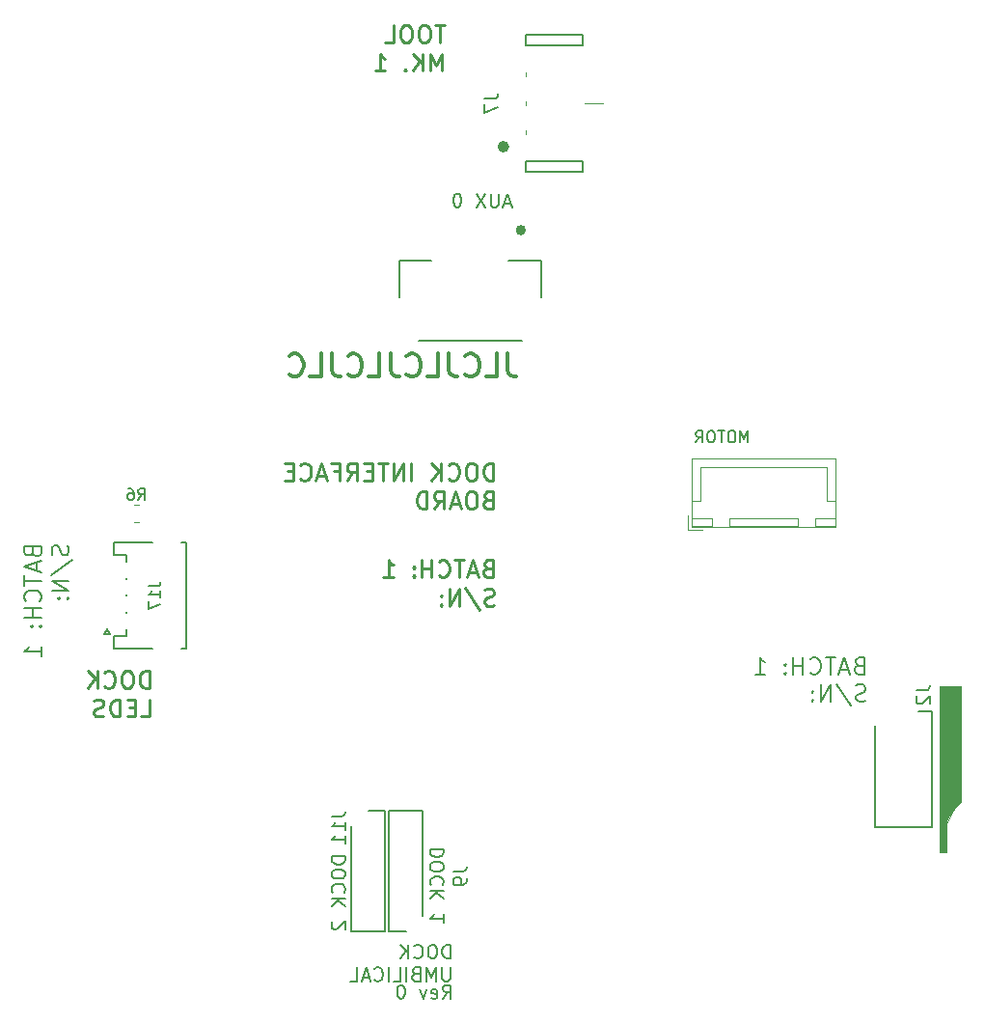
<source format=gbr>
%TF.GenerationSoftware,KiCad,Pcbnew,(5.1.9)-1*%
%TF.CreationDate,2021-02-18T14:55:37+00:00*%
%TF.ProjectId,toolboards - assembly_final,746f6f6c-626f-4617-9264-73202d206173,rev?*%
%TF.SameCoordinates,Original*%
%TF.FileFunction,Legend,Bot*%
%TF.FilePolarity,Positive*%
%FSLAX46Y46*%
G04 Gerber Fmt 4.6, Leading zero omitted, Abs format (unit mm)*
G04 Created by KiCad (PCBNEW (5.1.9)-1) date 2021-02-18 14:55:37*
%MOMM*%
%LPD*%
G01*
G04 APERTURE LIST*
%ADD10C,0.300000*%
%ADD11C,0.150000*%
%ADD12C,0.250000*%
%ADD13C,0.100000*%
%ADD14C,0.200000*%
%ADD15C,0.120000*%
%ADD16C,0.500000*%
%ADD17C,3.600000*%
%ADD18C,5.600000*%
%ADD19R,1.900000X1.100000*%
%ADD20R,3.000000X0.700000*%
%ADD21R,2.200000X2.500000*%
%ADD22C,2.000000*%
%ADD23C,1.550000*%
%ADD24C,2.475000*%
%ADD25R,2.475000X2.475000*%
%ADD26R,8.000000X1.800000*%
%ADD27R,1.300000X4.500000*%
%ADD28R,1.800000X3.900000*%
%ADD29C,3.100000*%
%ADD30C,4.700000*%
%ADD31O,1.700000X1.700000*%
%ADD32R,1.700000X1.700000*%
%ADD33O,1.950000X1.700000*%
%ADD34O,1.700000X1.950000*%
%ADD35C,1.650000*%
%ADD36R,1.650000X1.650000*%
G04 APERTURE END LIST*
D10*
X164178095Y-63928761D02*
X164178095Y-65357333D01*
X164273333Y-65643047D01*
X164463809Y-65833523D01*
X164749523Y-65928761D01*
X164940000Y-65928761D01*
X162273333Y-65928761D02*
X163225714Y-65928761D01*
X163225714Y-63928761D01*
X160463809Y-65738285D02*
X160559047Y-65833523D01*
X160844761Y-65928761D01*
X161035238Y-65928761D01*
X161320952Y-65833523D01*
X161511428Y-65643047D01*
X161606666Y-65452571D01*
X161701904Y-65071619D01*
X161701904Y-64785904D01*
X161606666Y-64404952D01*
X161511428Y-64214476D01*
X161320952Y-64024000D01*
X161035238Y-63928761D01*
X160844761Y-63928761D01*
X160559047Y-64024000D01*
X160463809Y-64119238D01*
X159035238Y-63928761D02*
X159035238Y-65357333D01*
X159130476Y-65643047D01*
X159320952Y-65833523D01*
X159606666Y-65928761D01*
X159797142Y-65928761D01*
X157130476Y-65928761D02*
X158082857Y-65928761D01*
X158082857Y-63928761D01*
X155320952Y-65738285D02*
X155416190Y-65833523D01*
X155701904Y-65928761D01*
X155892380Y-65928761D01*
X156178095Y-65833523D01*
X156368571Y-65643047D01*
X156463809Y-65452571D01*
X156559047Y-65071619D01*
X156559047Y-64785904D01*
X156463809Y-64404952D01*
X156368571Y-64214476D01*
X156178095Y-64024000D01*
X155892380Y-63928761D01*
X155701904Y-63928761D01*
X155416190Y-64024000D01*
X155320952Y-64119238D01*
X153892380Y-63928761D02*
X153892380Y-65357333D01*
X153987619Y-65643047D01*
X154178095Y-65833523D01*
X154463809Y-65928761D01*
X154654285Y-65928761D01*
X151987619Y-65928761D02*
X152940000Y-65928761D01*
X152940000Y-63928761D01*
X150178095Y-65738285D02*
X150273333Y-65833523D01*
X150559047Y-65928761D01*
X150749523Y-65928761D01*
X151035238Y-65833523D01*
X151225714Y-65643047D01*
X151320952Y-65452571D01*
X151416190Y-65071619D01*
X151416190Y-64785904D01*
X151320952Y-64404952D01*
X151225714Y-64214476D01*
X151035238Y-64024000D01*
X150749523Y-63928761D01*
X150559047Y-63928761D01*
X150273333Y-64024000D01*
X150178095Y-64119238D01*
X148749523Y-63928761D02*
X148749523Y-65357333D01*
X148844761Y-65643047D01*
X149035238Y-65833523D01*
X149320952Y-65928761D01*
X149511428Y-65928761D01*
X146844761Y-65928761D02*
X147797142Y-65928761D01*
X147797142Y-63928761D01*
X145035238Y-65738285D02*
X145130476Y-65833523D01*
X145416190Y-65928761D01*
X145606666Y-65928761D01*
X145892380Y-65833523D01*
X146082857Y-65643047D01*
X146178095Y-65452571D01*
X146273333Y-65071619D01*
X146273333Y-64785904D01*
X146178095Y-64404952D01*
X146082857Y-64214476D01*
X145892380Y-64024000D01*
X145606666Y-63928761D01*
X145416190Y-63928761D01*
X145130476Y-64024000D01*
X145035238Y-64119238D01*
D11*
X122489857Y-81327642D02*
X122561285Y-81541928D01*
X122632714Y-81613357D01*
X122775571Y-81684785D01*
X122989857Y-81684785D01*
X123132714Y-81613357D01*
X123204142Y-81541928D01*
X123275571Y-81399071D01*
X123275571Y-80827642D01*
X121775571Y-80827642D01*
X121775571Y-81327642D01*
X121847000Y-81470500D01*
X121918428Y-81541928D01*
X122061285Y-81613357D01*
X122204142Y-81613357D01*
X122347000Y-81541928D01*
X122418428Y-81470500D01*
X122489857Y-81327642D01*
X122489857Y-80827642D01*
X122847000Y-82256214D02*
X122847000Y-82970500D01*
X123275571Y-82113357D02*
X121775571Y-82613357D01*
X123275571Y-83113357D01*
X121775571Y-83399071D02*
X121775571Y-84256214D01*
X123275571Y-83827642D02*
X121775571Y-83827642D01*
X123132714Y-85613357D02*
X123204142Y-85541928D01*
X123275571Y-85327642D01*
X123275571Y-85184785D01*
X123204142Y-84970500D01*
X123061285Y-84827642D01*
X122918428Y-84756214D01*
X122632714Y-84684785D01*
X122418428Y-84684785D01*
X122132714Y-84756214D01*
X121989857Y-84827642D01*
X121847000Y-84970500D01*
X121775571Y-85184785D01*
X121775571Y-85327642D01*
X121847000Y-85541928D01*
X121918428Y-85613357D01*
X123275571Y-86256214D02*
X121775571Y-86256214D01*
X122489857Y-86256214D02*
X122489857Y-87113357D01*
X123275571Y-87113357D02*
X121775571Y-87113357D01*
X123132714Y-87827642D02*
X123204142Y-87899071D01*
X123275571Y-87827642D01*
X123204142Y-87756214D01*
X123132714Y-87827642D01*
X123275571Y-87827642D01*
X122347000Y-87827642D02*
X122418428Y-87899071D01*
X122489857Y-87827642D01*
X122418428Y-87756214D01*
X122347000Y-87827642D01*
X122489857Y-87827642D01*
X123275571Y-90470500D02*
X123275571Y-89613357D01*
X123275571Y-90041928D02*
X121775571Y-90041928D01*
X121989857Y-89899071D01*
X122132714Y-89756214D01*
X122204142Y-89613357D01*
X125604142Y-80756214D02*
X125675571Y-80970500D01*
X125675571Y-81327642D01*
X125604142Y-81470500D01*
X125532714Y-81541928D01*
X125389857Y-81613357D01*
X125247000Y-81613357D01*
X125104142Y-81541928D01*
X125032714Y-81470500D01*
X124961285Y-81327642D01*
X124889857Y-81041928D01*
X124818428Y-80899071D01*
X124747000Y-80827642D01*
X124604142Y-80756214D01*
X124461285Y-80756214D01*
X124318428Y-80827642D01*
X124247000Y-80899071D01*
X124175571Y-81041928D01*
X124175571Y-81399071D01*
X124247000Y-81613357D01*
X124104142Y-83327642D02*
X126032714Y-82041928D01*
X125675571Y-83827642D02*
X124175571Y-83827642D01*
X125675571Y-84684785D01*
X124175571Y-84684785D01*
X125532714Y-85399071D02*
X125604142Y-85470500D01*
X125675571Y-85399071D01*
X125604142Y-85327642D01*
X125532714Y-85399071D01*
X125675571Y-85399071D01*
X124747000Y-85399071D02*
X124818428Y-85470500D01*
X124889857Y-85399071D01*
X124818428Y-85327642D01*
X124747000Y-85399071D01*
X124889857Y-85399071D01*
D12*
X132742357Y-93256571D02*
X132742357Y-91756571D01*
X132385214Y-91756571D01*
X132170928Y-91828000D01*
X132028071Y-91970857D01*
X131956642Y-92113714D01*
X131885214Y-92399428D01*
X131885214Y-92613714D01*
X131956642Y-92899428D01*
X132028071Y-93042285D01*
X132170928Y-93185142D01*
X132385214Y-93256571D01*
X132742357Y-93256571D01*
X130956642Y-91756571D02*
X130670928Y-91756571D01*
X130528071Y-91828000D01*
X130385214Y-91970857D01*
X130313785Y-92256571D01*
X130313785Y-92756571D01*
X130385214Y-93042285D01*
X130528071Y-93185142D01*
X130670928Y-93256571D01*
X130956642Y-93256571D01*
X131099500Y-93185142D01*
X131242357Y-93042285D01*
X131313785Y-92756571D01*
X131313785Y-92256571D01*
X131242357Y-91970857D01*
X131099500Y-91828000D01*
X130956642Y-91756571D01*
X128813785Y-93113714D02*
X128885214Y-93185142D01*
X129099500Y-93256571D01*
X129242357Y-93256571D01*
X129456642Y-93185142D01*
X129599500Y-93042285D01*
X129670928Y-92899428D01*
X129742357Y-92613714D01*
X129742357Y-92399428D01*
X129670928Y-92113714D01*
X129599500Y-91970857D01*
X129456642Y-91828000D01*
X129242357Y-91756571D01*
X129099500Y-91756571D01*
X128885214Y-91828000D01*
X128813785Y-91899428D01*
X128170928Y-93256571D02*
X128170928Y-91756571D01*
X127313785Y-93256571D02*
X127956642Y-92399428D01*
X127313785Y-91756571D02*
X128170928Y-92613714D01*
X132028071Y-95756571D02*
X132742357Y-95756571D01*
X132742357Y-94256571D01*
X131528071Y-94970857D02*
X131028071Y-94970857D01*
X130813785Y-95756571D02*
X131528071Y-95756571D01*
X131528071Y-94256571D01*
X130813785Y-94256571D01*
X130170928Y-95756571D02*
X130170928Y-94256571D01*
X129813785Y-94256571D01*
X129599500Y-94328000D01*
X129456642Y-94470857D01*
X129385214Y-94613714D01*
X129313785Y-94899428D01*
X129313785Y-95113714D01*
X129385214Y-95399428D01*
X129456642Y-95542285D01*
X129599500Y-95685142D01*
X129813785Y-95756571D01*
X130170928Y-95756571D01*
X128742357Y-95685142D02*
X128528071Y-95756571D01*
X128170928Y-95756571D01*
X128028071Y-95685142D01*
X127956642Y-95613714D01*
X127885214Y-95470857D01*
X127885214Y-95328000D01*
X127956642Y-95185142D01*
X128028071Y-95113714D01*
X128170928Y-95042285D01*
X128456642Y-94970857D01*
X128599500Y-94899428D01*
X128670928Y-94828000D01*
X128742357Y-94685142D01*
X128742357Y-94542285D01*
X128670928Y-94399428D01*
X128599500Y-94328000D01*
X128456642Y-94256571D01*
X128099500Y-94256571D01*
X127885214Y-94328000D01*
D13*
G36*
X203993400Y-103254800D02*
G01*
X203358400Y-103889800D01*
X202723400Y-105159800D01*
X202723400Y-107699800D01*
X202088400Y-107699800D01*
X202088400Y-93094800D01*
X203993400Y-93094800D01*
X203993400Y-103254800D01*
G37*
X203993400Y-103254800D02*
X203358400Y-103889800D01*
X202723400Y-105159800D01*
X202723400Y-107699800D01*
X202088400Y-107699800D01*
X202088400Y-93094800D01*
X203993400Y-93094800D01*
X203993400Y-103254800D01*
D11*
X195037757Y-91279657D02*
X194823471Y-91351085D01*
X194752042Y-91422514D01*
X194680614Y-91565371D01*
X194680614Y-91779657D01*
X194752042Y-91922514D01*
X194823471Y-91993942D01*
X194966328Y-92065371D01*
X195537757Y-92065371D01*
X195537757Y-90565371D01*
X195037757Y-90565371D01*
X194894900Y-90636800D01*
X194823471Y-90708228D01*
X194752042Y-90851085D01*
X194752042Y-90993942D01*
X194823471Y-91136800D01*
X194894900Y-91208228D01*
X195037757Y-91279657D01*
X195537757Y-91279657D01*
X194109185Y-91636800D02*
X193394900Y-91636800D01*
X194252042Y-92065371D02*
X193752042Y-90565371D01*
X193252042Y-92065371D01*
X192966328Y-90565371D02*
X192109185Y-90565371D01*
X192537757Y-92065371D02*
X192537757Y-90565371D01*
X190752042Y-91922514D02*
X190823471Y-91993942D01*
X191037757Y-92065371D01*
X191180614Y-92065371D01*
X191394900Y-91993942D01*
X191537757Y-91851085D01*
X191609185Y-91708228D01*
X191680614Y-91422514D01*
X191680614Y-91208228D01*
X191609185Y-90922514D01*
X191537757Y-90779657D01*
X191394900Y-90636800D01*
X191180614Y-90565371D01*
X191037757Y-90565371D01*
X190823471Y-90636800D01*
X190752042Y-90708228D01*
X190109185Y-92065371D02*
X190109185Y-90565371D01*
X190109185Y-91279657D02*
X189252042Y-91279657D01*
X189252042Y-92065371D02*
X189252042Y-90565371D01*
X188537757Y-91922514D02*
X188466328Y-91993942D01*
X188537757Y-92065371D01*
X188609185Y-91993942D01*
X188537757Y-91922514D01*
X188537757Y-92065371D01*
X188537757Y-91136800D02*
X188466328Y-91208228D01*
X188537757Y-91279657D01*
X188609185Y-91208228D01*
X188537757Y-91136800D01*
X188537757Y-91279657D01*
X185894900Y-92065371D02*
X186752042Y-92065371D01*
X186323471Y-92065371D02*
X186323471Y-90565371D01*
X186466328Y-90779657D01*
X186609185Y-90922514D01*
X186752042Y-90993942D01*
X195609185Y-94393942D02*
X195394900Y-94465371D01*
X195037757Y-94465371D01*
X194894900Y-94393942D01*
X194823471Y-94322514D01*
X194752042Y-94179657D01*
X194752042Y-94036800D01*
X194823471Y-93893942D01*
X194894900Y-93822514D01*
X195037757Y-93751085D01*
X195323471Y-93679657D01*
X195466328Y-93608228D01*
X195537757Y-93536800D01*
X195609185Y-93393942D01*
X195609185Y-93251085D01*
X195537757Y-93108228D01*
X195466328Y-93036800D01*
X195323471Y-92965371D01*
X194966328Y-92965371D01*
X194752042Y-93036800D01*
X193037757Y-92893942D02*
X194323471Y-94822514D01*
X192537757Y-94465371D02*
X192537757Y-92965371D01*
X191680614Y-94465371D01*
X191680614Y-92965371D01*
X190966328Y-94322514D02*
X190894900Y-94393942D01*
X190966328Y-94465371D01*
X191037757Y-94393942D01*
X190966328Y-94322514D01*
X190966328Y-94465371D01*
X190966328Y-93536800D02*
X190894900Y-93608228D01*
X190966328Y-93679657D01*
X191037757Y-93608228D01*
X190966328Y-93536800D01*
X190966328Y-93679657D01*
D12*
X162937357Y-75031571D02*
X162937357Y-73531571D01*
X162580214Y-73531571D01*
X162365928Y-73603000D01*
X162223071Y-73745857D01*
X162151642Y-73888714D01*
X162080214Y-74174428D01*
X162080214Y-74388714D01*
X162151642Y-74674428D01*
X162223071Y-74817285D01*
X162365928Y-74960142D01*
X162580214Y-75031571D01*
X162937357Y-75031571D01*
X161151642Y-73531571D02*
X160865928Y-73531571D01*
X160723071Y-73603000D01*
X160580214Y-73745857D01*
X160508785Y-74031571D01*
X160508785Y-74531571D01*
X160580214Y-74817285D01*
X160723071Y-74960142D01*
X160865928Y-75031571D01*
X161151642Y-75031571D01*
X161294500Y-74960142D01*
X161437357Y-74817285D01*
X161508785Y-74531571D01*
X161508785Y-74031571D01*
X161437357Y-73745857D01*
X161294500Y-73603000D01*
X161151642Y-73531571D01*
X159008785Y-74888714D02*
X159080214Y-74960142D01*
X159294500Y-75031571D01*
X159437357Y-75031571D01*
X159651642Y-74960142D01*
X159794500Y-74817285D01*
X159865928Y-74674428D01*
X159937357Y-74388714D01*
X159937357Y-74174428D01*
X159865928Y-73888714D01*
X159794500Y-73745857D01*
X159651642Y-73603000D01*
X159437357Y-73531571D01*
X159294500Y-73531571D01*
X159080214Y-73603000D01*
X159008785Y-73674428D01*
X158365928Y-75031571D02*
X158365928Y-73531571D01*
X157508785Y-75031571D02*
X158151642Y-74174428D01*
X157508785Y-73531571D02*
X158365928Y-74388714D01*
X155723071Y-75031571D02*
X155723071Y-73531571D01*
X155008785Y-75031571D02*
X155008785Y-73531571D01*
X154151642Y-75031571D01*
X154151642Y-73531571D01*
X153651642Y-73531571D02*
X152794500Y-73531571D01*
X153223071Y-75031571D02*
X153223071Y-73531571D01*
X152294500Y-74245857D02*
X151794500Y-74245857D01*
X151580214Y-75031571D02*
X152294500Y-75031571D01*
X152294500Y-73531571D01*
X151580214Y-73531571D01*
X150080214Y-75031571D02*
X150580214Y-74317285D01*
X150937357Y-75031571D02*
X150937357Y-73531571D01*
X150365928Y-73531571D01*
X150223071Y-73603000D01*
X150151642Y-73674428D01*
X150080214Y-73817285D01*
X150080214Y-74031571D01*
X150151642Y-74174428D01*
X150223071Y-74245857D01*
X150365928Y-74317285D01*
X150937357Y-74317285D01*
X148937357Y-74245857D02*
X149437357Y-74245857D01*
X149437357Y-75031571D02*
X149437357Y-73531571D01*
X148723071Y-73531571D01*
X148223071Y-74603000D02*
X147508785Y-74603000D01*
X148365928Y-75031571D02*
X147865928Y-73531571D01*
X147365928Y-75031571D01*
X146008785Y-74888714D02*
X146080214Y-74960142D01*
X146294500Y-75031571D01*
X146437357Y-75031571D01*
X146651642Y-74960142D01*
X146794500Y-74817285D01*
X146865928Y-74674428D01*
X146937357Y-74388714D01*
X146937357Y-74174428D01*
X146865928Y-73888714D01*
X146794500Y-73745857D01*
X146651642Y-73603000D01*
X146437357Y-73531571D01*
X146294500Y-73531571D01*
X146080214Y-73603000D01*
X146008785Y-73674428D01*
X145365928Y-74245857D02*
X144865928Y-74245857D01*
X144651642Y-75031571D02*
X145365928Y-75031571D01*
X145365928Y-73531571D01*
X144651642Y-73531571D01*
X162437357Y-76745857D02*
X162223071Y-76817285D01*
X162151642Y-76888714D01*
X162080214Y-77031571D01*
X162080214Y-77245857D01*
X162151642Y-77388714D01*
X162223071Y-77460142D01*
X162365928Y-77531571D01*
X162937357Y-77531571D01*
X162937357Y-76031571D01*
X162437357Y-76031571D01*
X162294500Y-76103000D01*
X162223071Y-76174428D01*
X162151642Y-76317285D01*
X162151642Y-76460142D01*
X162223071Y-76603000D01*
X162294500Y-76674428D01*
X162437357Y-76745857D01*
X162937357Y-76745857D01*
X161151642Y-76031571D02*
X160865928Y-76031571D01*
X160723071Y-76103000D01*
X160580214Y-76245857D01*
X160508785Y-76531571D01*
X160508785Y-77031571D01*
X160580214Y-77317285D01*
X160723071Y-77460142D01*
X160865928Y-77531571D01*
X161151642Y-77531571D01*
X161294500Y-77460142D01*
X161437357Y-77317285D01*
X161508785Y-77031571D01*
X161508785Y-76531571D01*
X161437357Y-76245857D01*
X161294500Y-76103000D01*
X161151642Y-76031571D01*
X159937357Y-77103000D02*
X159223071Y-77103000D01*
X160080214Y-77531571D02*
X159580214Y-76031571D01*
X159080214Y-77531571D01*
X157723071Y-77531571D02*
X158223071Y-76817285D01*
X158580214Y-77531571D02*
X158580214Y-76031571D01*
X158008785Y-76031571D01*
X157865928Y-76103000D01*
X157794500Y-76174428D01*
X157723071Y-76317285D01*
X157723071Y-76531571D01*
X157794500Y-76674428D01*
X157865928Y-76745857D01*
X158008785Y-76817285D01*
X158580214Y-76817285D01*
X157080214Y-77531571D02*
X157080214Y-76031571D01*
X156723071Y-76031571D01*
X156508785Y-76103000D01*
X156365928Y-76245857D01*
X156294500Y-76388714D01*
X156223071Y-76674428D01*
X156223071Y-76888714D01*
X156294500Y-77174428D01*
X156365928Y-77317285D01*
X156508785Y-77460142D01*
X156723071Y-77531571D01*
X157080214Y-77531571D01*
X162437357Y-82745857D02*
X162223071Y-82817285D01*
X162151642Y-82888714D01*
X162080214Y-83031571D01*
X162080214Y-83245857D01*
X162151642Y-83388714D01*
X162223071Y-83460142D01*
X162365928Y-83531571D01*
X162937357Y-83531571D01*
X162937357Y-82031571D01*
X162437357Y-82031571D01*
X162294500Y-82103000D01*
X162223071Y-82174428D01*
X162151642Y-82317285D01*
X162151642Y-82460142D01*
X162223071Y-82603000D01*
X162294500Y-82674428D01*
X162437357Y-82745857D01*
X162937357Y-82745857D01*
X161508785Y-83103000D02*
X160794500Y-83103000D01*
X161651642Y-83531571D02*
X161151642Y-82031571D01*
X160651642Y-83531571D01*
X160365928Y-82031571D02*
X159508785Y-82031571D01*
X159937357Y-83531571D02*
X159937357Y-82031571D01*
X158151642Y-83388714D02*
X158223071Y-83460142D01*
X158437357Y-83531571D01*
X158580214Y-83531571D01*
X158794500Y-83460142D01*
X158937357Y-83317285D01*
X159008785Y-83174428D01*
X159080214Y-82888714D01*
X159080214Y-82674428D01*
X159008785Y-82388714D01*
X158937357Y-82245857D01*
X158794500Y-82103000D01*
X158580214Y-82031571D01*
X158437357Y-82031571D01*
X158223071Y-82103000D01*
X158151642Y-82174428D01*
X157508785Y-83531571D02*
X157508785Y-82031571D01*
X157508785Y-82745857D02*
X156651642Y-82745857D01*
X156651642Y-83531571D02*
X156651642Y-82031571D01*
X155937357Y-83388714D02*
X155865928Y-83460142D01*
X155937357Y-83531571D01*
X156008785Y-83460142D01*
X155937357Y-83388714D01*
X155937357Y-83531571D01*
X155937357Y-82603000D02*
X155865928Y-82674428D01*
X155937357Y-82745857D01*
X156008785Y-82674428D01*
X155937357Y-82603000D01*
X155937357Y-82745857D01*
X153294500Y-83531571D02*
X154151642Y-83531571D01*
X153723071Y-83531571D02*
X153723071Y-82031571D01*
X153865928Y-82245857D01*
X154008785Y-82388714D01*
X154151642Y-82460142D01*
X163008785Y-85960142D02*
X162794500Y-86031571D01*
X162437357Y-86031571D01*
X162294500Y-85960142D01*
X162223071Y-85888714D01*
X162151642Y-85745857D01*
X162151642Y-85603000D01*
X162223071Y-85460142D01*
X162294500Y-85388714D01*
X162437357Y-85317285D01*
X162723071Y-85245857D01*
X162865928Y-85174428D01*
X162937357Y-85103000D01*
X163008785Y-84960142D01*
X163008785Y-84817285D01*
X162937357Y-84674428D01*
X162865928Y-84603000D01*
X162723071Y-84531571D01*
X162365928Y-84531571D01*
X162151642Y-84603000D01*
X160437357Y-84460142D02*
X161723071Y-86388714D01*
X159937357Y-86031571D02*
X159937357Y-84531571D01*
X159080214Y-86031571D01*
X159080214Y-84531571D01*
X158365928Y-85888714D02*
X158294500Y-85960142D01*
X158365928Y-86031571D01*
X158437357Y-85960142D01*
X158365928Y-85888714D01*
X158365928Y-86031571D01*
X158365928Y-85103000D02*
X158294500Y-85174428D01*
X158365928Y-85245857D01*
X158437357Y-85174428D01*
X158365928Y-85103000D01*
X158365928Y-85245857D01*
X158646642Y-35111571D02*
X157789500Y-35111571D01*
X158218071Y-36611571D02*
X158218071Y-35111571D01*
X157003785Y-35111571D02*
X156718071Y-35111571D01*
X156575214Y-35183000D01*
X156432357Y-35325857D01*
X156360928Y-35611571D01*
X156360928Y-36111571D01*
X156432357Y-36397285D01*
X156575214Y-36540142D01*
X156718071Y-36611571D01*
X157003785Y-36611571D01*
X157146642Y-36540142D01*
X157289500Y-36397285D01*
X157360928Y-36111571D01*
X157360928Y-35611571D01*
X157289500Y-35325857D01*
X157146642Y-35183000D01*
X157003785Y-35111571D01*
X155432357Y-35111571D02*
X155146642Y-35111571D01*
X155003785Y-35183000D01*
X154860928Y-35325857D01*
X154789500Y-35611571D01*
X154789500Y-36111571D01*
X154860928Y-36397285D01*
X155003785Y-36540142D01*
X155146642Y-36611571D01*
X155432357Y-36611571D01*
X155575214Y-36540142D01*
X155718071Y-36397285D01*
X155789500Y-36111571D01*
X155789500Y-35611571D01*
X155718071Y-35325857D01*
X155575214Y-35183000D01*
X155432357Y-35111571D01*
X153432357Y-36611571D02*
X154146642Y-36611571D01*
X154146642Y-35111571D01*
X158432357Y-39111571D02*
X158432357Y-37611571D01*
X157932357Y-38683000D01*
X157432357Y-37611571D01*
X157432357Y-39111571D01*
X156718071Y-39111571D02*
X156718071Y-37611571D01*
X155860928Y-39111571D02*
X156503785Y-38254428D01*
X155860928Y-37611571D02*
X156718071Y-38468714D01*
X155218071Y-38968714D02*
X155146642Y-39040142D01*
X155218071Y-39111571D01*
X155289500Y-39040142D01*
X155218071Y-38968714D01*
X155218071Y-39111571D01*
X152575214Y-39111571D02*
X153432357Y-39111571D01*
X153003785Y-39111571D02*
X153003785Y-37611571D01*
X153146642Y-37825857D01*
X153289500Y-37968714D01*
X153432357Y-38040142D01*
D11*
X158493071Y-120514857D02*
X158893071Y-119943428D01*
X159178785Y-120514857D02*
X159178785Y-119314857D01*
X158721642Y-119314857D01*
X158607357Y-119372000D01*
X158550214Y-119429142D01*
X158493071Y-119543428D01*
X158493071Y-119714857D01*
X158550214Y-119829142D01*
X158607357Y-119886285D01*
X158721642Y-119943428D01*
X159178785Y-119943428D01*
X157521642Y-120457714D02*
X157635928Y-120514857D01*
X157864500Y-120514857D01*
X157978785Y-120457714D01*
X158035928Y-120343428D01*
X158035928Y-119886285D01*
X157978785Y-119772000D01*
X157864500Y-119714857D01*
X157635928Y-119714857D01*
X157521642Y-119772000D01*
X157464500Y-119886285D01*
X157464500Y-120000571D01*
X158035928Y-120114857D01*
X157064500Y-119714857D02*
X156778785Y-120514857D01*
X156493071Y-119714857D01*
X154893071Y-119314857D02*
X154778785Y-119314857D01*
X154664500Y-119372000D01*
X154607357Y-119429142D01*
X154550214Y-119543428D01*
X154493071Y-119772000D01*
X154493071Y-120057714D01*
X154550214Y-120286285D01*
X154607357Y-120400571D01*
X154664500Y-120457714D01*
X154778785Y-120514857D01*
X154893071Y-120514857D01*
X155007357Y-120457714D01*
X155064500Y-120400571D01*
X155121642Y-120286285D01*
X155178785Y-120057714D01*
X155178785Y-119772000D01*
X155121642Y-119543428D01*
X155064500Y-119429142D01*
X155007357Y-119372000D01*
X154893071Y-119314857D01*
D14*
X159146285Y-116974857D02*
X159146285Y-115774857D01*
X158860571Y-115774857D01*
X158689142Y-115832000D01*
X158574857Y-115946285D01*
X158517714Y-116060571D01*
X158460571Y-116289142D01*
X158460571Y-116460571D01*
X158517714Y-116689142D01*
X158574857Y-116803428D01*
X158689142Y-116917714D01*
X158860571Y-116974857D01*
X159146285Y-116974857D01*
X157717714Y-115774857D02*
X157489142Y-115774857D01*
X157374857Y-115832000D01*
X157260571Y-115946285D01*
X157203428Y-116174857D01*
X157203428Y-116574857D01*
X157260571Y-116803428D01*
X157374857Y-116917714D01*
X157489142Y-116974857D01*
X157717714Y-116974857D01*
X157832000Y-116917714D01*
X157946285Y-116803428D01*
X158003428Y-116574857D01*
X158003428Y-116174857D01*
X157946285Y-115946285D01*
X157832000Y-115832000D01*
X157717714Y-115774857D01*
X156003428Y-116860571D02*
X156060571Y-116917714D01*
X156232000Y-116974857D01*
X156346285Y-116974857D01*
X156517714Y-116917714D01*
X156632000Y-116803428D01*
X156689142Y-116689142D01*
X156746285Y-116460571D01*
X156746285Y-116289142D01*
X156689142Y-116060571D01*
X156632000Y-115946285D01*
X156517714Y-115832000D01*
X156346285Y-115774857D01*
X156232000Y-115774857D01*
X156060571Y-115832000D01*
X156003428Y-115889142D01*
X155489142Y-116974857D02*
X155489142Y-115774857D01*
X154803428Y-116974857D02*
X155317714Y-116289142D01*
X154803428Y-115774857D02*
X155489142Y-116460571D01*
X159146285Y-117774857D02*
X159146285Y-118746285D01*
X159089142Y-118860571D01*
X159032000Y-118917714D01*
X158917714Y-118974857D01*
X158689142Y-118974857D01*
X158574857Y-118917714D01*
X158517714Y-118860571D01*
X158460571Y-118746285D01*
X158460571Y-117774857D01*
X157889142Y-118974857D02*
X157889142Y-117774857D01*
X157489142Y-118632000D01*
X157089142Y-117774857D01*
X157089142Y-118974857D01*
X156117714Y-118346285D02*
X155946285Y-118403428D01*
X155889142Y-118460571D01*
X155832000Y-118574857D01*
X155832000Y-118746285D01*
X155889142Y-118860571D01*
X155946285Y-118917714D01*
X156060571Y-118974857D01*
X156517714Y-118974857D01*
X156517714Y-117774857D01*
X156117714Y-117774857D01*
X156003428Y-117832000D01*
X155946285Y-117889142D01*
X155889142Y-118003428D01*
X155889142Y-118117714D01*
X155946285Y-118232000D01*
X156003428Y-118289142D01*
X156117714Y-118346285D01*
X156517714Y-118346285D01*
X155317714Y-118974857D02*
X155317714Y-117774857D01*
X154174857Y-118974857D02*
X154746285Y-118974857D01*
X154746285Y-117774857D01*
X153774857Y-118974857D02*
X153774857Y-117774857D01*
X152517714Y-118860571D02*
X152574857Y-118917714D01*
X152746285Y-118974857D01*
X152860571Y-118974857D01*
X153032000Y-118917714D01*
X153146285Y-118803428D01*
X153203428Y-118689142D01*
X153260571Y-118460571D01*
X153260571Y-118289142D01*
X153203428Y-118060571D01*
X153146285Y-117946285D01*
X153032000Y-117832000D01*
X152860571Y-117774857D01*
X152746285Y-117774857D01*
X152574857Y-117832000D01*
X152517714Y-117889142D01*
X152060571Y-118632000D02*
X151489142Y-118632000D01*
X152174857Y-118974857D02*
X151774857Y-117774857D01*
X151374857Y-118974857D01*
X150403428Y-118974857D02*
X150974857Y-118974857D01*
X150974857Y-117774857D01*
%TO.C,J17*%
X128777000Y-88516000D02*
X129285000Y-88516000D01*
X129031000Y-88135000D02*
X128777000Y-88516000D01*
X129285000Y-88516000D02*
X129031000Y-88135000D01*
X129647000Y-88673000D02*
X129647000Y-89773000D01*
X135947000Y-89773000D02*
X135547000Y-89773000D01*
X135947000Y-80473000D02*
X135947000Y-89773000D01*
X133047000Y-89773000D02*
X129647000Y-89773000D01*
X135947000Y-80473000D02*
X135547000Y-80473000D01*
X130747000Y-88673000D02*
X129647000Y-88673000D01*
X133047000Y-80473000D02*
X129647000Y-80473000D01*
X129647000Y-81573000D02*
X129647000Y-80473000D01*
X130747000Y-81573000D02*
X129647000Y-81573000D01*
X130747000Y-88673000D02*
X130747000Y-88073000D01*
X130747000Y-82173000D02*
X130747000Y-81573000D01*
X130747000Y-86673000D02*
X130747000Y-86573000D01*
X130747000Y-85173000D02*
X130747000Y-85073000D01*
X130747000Y-83673000D02*
X130747000Y-83573000D01*
D15*
%TO.C,R6*%
X131838064Y-77218000D02*
X131383936Y-77218000D01*
X131838064Y-78688000D02*
X131383936Y-78688000D01*
D14*
%TO.C,J9*%
X156747000Y-113224000D02*
X156747000Y-103994000D01*
X156747000Y-103994000D02*
X153747000Y-103994000D01*
X153747000Y-103994000D02*
X153747000Y-114614000D01*
X153747000Y-114614000D02*
X155247000Y-114614000D01*
%TO.C,J11*%
X150447000Y-105384000D02*
X150447000Y-114614000D01*
X150447000Y-114614000D02*
X153447000Y-114614000D01*
X153447000Y-114614000D02*
X153447000Y-103994000D01*
X153447000Y-103994000D02*
X151947000Y-103994000D01*
D16*
%TO.C,J7*%
X164072000Y-45768000D02*
G75*
G03*
X164072000Y-45768000I-254000J0D01*
G01*
D11*
X170763000Y-47038000D02*
X165763000Y-47038000D01*
X165763000Y-36878000D02*
X170763000Y-36878000D01*
X165763000Y-35958000D02*
X170763000Y-35958000D01*
X165763000Y-47958000D02*
X170763000Y-47958000D01*
X165763000Y-47958000D02*
X165763000Y-47038000D01*
X170763000Y-47958000D02*
X170763000Y-47038000D01*
X170763000Y-36878000D02*
X170763000Y-35958000D01*
X165763000Y-36878000D02*
X165763000Y-35958000D01*
D15*
X165763000Y-44658000D02*
X165763000Y-44358000D01*
X165752000Y-42158000D02*
X165752000Y-41758000D01*
X165763000Y-39558000D02*
X165763000Y-39258000D01*
X170952000Y-41958000D02*
X172552000Y-41958000D01*
D14*
%TO.C,J6*%
X165409000Y-62763000D02*
X156409000Y-62763000D01*
X167159000Y-55763000D02*
X167159000Y-58956000D01*
X167159000Y-55763000D02*
X164297000Y-55763000D01*
X154659000Y-55763000D02*
X157518000Y-55763000D01*
X154659000Y-55763000D02*
X154659000Y-58956000D01*
D16*
X165554000Y-53086000D02*
G75*
G03*
X165554000Y-53086000I-200000J0D01*
G01*
D15*
%TO.C,J1*%
X180047401Y-79382383D02*
X180047401Y-78132383D01*
X181297401Y-79382383D02*
X180047401Y-79382383D01*
X192197401Y-73882383D02*
X186647401Y-73882383D01*
X192197401Y-76832383D02*
X192197401Y-73882383D01*
X192947401Y-76832383D02*
X192197401Y-76832383D01*
X181097401Y-73882383D02*
X186647401Y-73882383D01*
X181097401Y-76832383D02*
X181097401Y-73882383D01*
X180347401Y-76832383D02*
X181097401Y-76832383D01*
X192947401Y-79082383D02*
X191147401Y-79082383D01*
X192947401Y-78332383D02*
X192947401Y-79082383D01*
X191147401Y-78332383D02*
X192947401Y-78332383D01*
X191147401Y-79082383D02*
X191147401Y-78332383D01*
X182147401Y-79082383D02*
X180347401Y-79082383D01*
X182147401Y-78332383D02*
X182147401Y-79082383D01*
X180347401Y-78332383D02*
X182147401Y-78332383D01*
X180347401Y-79082383D02*
X180347401Y-78332383D01*
X189647401Y-79082383D02*
X183647401Y-79082383D01*
X189647401Y-78332383D02*
X189647401Y-79082383D01*
X183647401Y-78332383D02*
X189647401Y-78332383D01*
X183647401Y-79082383D02*
X183647401Y-78332383D01*
X192957401Y-79092383D02*
X180337401Y-79092383D01*
X192957401Y-73122383D02*
X192957401Y-79092383D01*
X180337401Y-73122383D02*
X192957401Y-73122383D01*
X180337401Y-79092383D02*
X180337401Y-73122383D01*
D14*
%TO.C,J2*%
X200211391Y-95310151D02*
X201416391Y-95310151D01*
X201416391Y-95310151D02*
X201416391Y-105470151D01*
X201416391Y-105470151D02*
X196466391Y-105470151D01*
X196466391Y-105470151D02*
X196466391Y-96580151D01*
%TO.C,J17*%
D11*
X132714380Y-84313476D02*
X133428666Y-84313476D01*
X133571523Y-84265857D01*
X133666761Y-84170619D01*
X133714380Y-84027761D01*
X133714380Y-83932523D01*
X133714380Y-85313476D02*
X133714380Y-84742047D01*
X133714380Y-85027761D02*
X132714380Y-85027761D01*
X132857238Y-84932523D01*
X132952476Y-84837285D01*
X133000095Y-84742047D01*
X132714380Y-85646809D02*
X132714380Y-86313476D01*
X133714380Y-85884904D01*
%TO.C,R6*%
X131777666Y-76755380D02*
X132111000Y-76279190D01*
X132349095Y-76755380D02*
X132349095Y-75755380D01*
X131968142Y-75755380D01*
X131872904Y-75803000D01*
X131825285Y-75850619D01*
X131777666Y-75945857D01*
X131777666Y-76088714D01*
X131825285Y-76183952D01*
X131872904Y-76231571D01*
X131968142Y-76279190D01*
X132349095Y-76279190D01*
X130920523Y-75755380D02*
X131111000Y-75755380D01*
X131206238Y-75803000D01*
X131253857Y-75850619D01*
X131349095Y-75993476D01*
X131396714Y-76183952D01*
X131396714Y-76564904D01*
X131349095Y-76660142D01*
X131301476Y-76707761D01*
X131206238Y-76755380D01*
X131015761Y-76755380D01*
X130920523Y-76707761D01*
X130872904Y-76660142D01*
X130825285Y-76564904D01*
X130825285Y-76326809D01*
X130872904Y-76231571D01*
X130920523Y-76183952D01*
X131015761Y-76136333D01*
X131206238Y-76136333D01*
X131301476Y-76183952D01*
X131349095Y-76231571D01*
X131396714Y-76326809D01*
%TO.C,J9*%
X159394857Y-109359000D02*
X160252000Y-109359000D01*
X160423428Y-109301857D01*
X160537714Y-109187571D01*
X160594857Y-109016142D01*
X160594857Y-108901857D01*
X160594857Y-109987571D02*
X160594857Y-110216142D01*
X160537714Y-110330428D01*
X160480571Y-110387571D01*
X160309142Y-110501857D01*
X160080571Y-110559000D01*
X159623428Y-110559000D01*
X159509142Y-110501857D01*
X159452000Y-110444714D01*
X159394857Y-110330428D01*
X159394857Y-110101857D01*
X159452000Y-109987571D01*
X159509142Y-109930428D01*
X159623428Y-109873285D01*
X159909142Y-109873285D01*
X160023428Y-109930428D01*
X160080571Y-109987571D01*
X160137714Y-110101857D01*
X160137714Y-110330428D01*
X160080571Y-110444714D01*
X160023428Y-110501857D01*
X159909142Y-110559000D01*
X158580857Y-107402571D02*
X157380857Y-107402571D01*
X157380857Y-107688285D01*
X157438000Y-107859714D01*
X157552285Y-107974000D01*
X157666571Y-108031142D01*
X157895142Y-108088285D01*
X158066571Y-108088285D01*
X158295142Y-108031142D01*
X158409428Y-107974000D01*
X158523714Y-107859714D01*
X158580857Y-107688285D01*
X158580857Y-107402571D01*
X157380857Y-108831142D02*
X157380857Y-109059714D01*
X157438000Y-109174000D01*
X157552285Y-109288285D01*
X157780857Y-109345428D01*
X158180857Y-109345428D01*
X158409428Y-109288285D01*
X158523714Y-109174000D01*
X158580857Y-109059714D01*
X158580857Y-108831142D01*
X158523714Y-108716857D01*
X158409428Y-108602571D01*
X158180857Y-108545428D01*
X157780857Y-108545428D01*
X157552285Y-108602571D01*
X157438000Y-108716857D01*
X157380857Y-108831142D01*
X158466571Y-110545428D02*
X158523714Y-110488285D01*
X158580857Y-110316857D01*
X158580857Y-110202571D01*
X158523714Y-110031142D01*
X158409428Y-109916857D01*
X158295142Y-109859714D01*
X158066571Y-109802571D01*
X157895142Y-109802571D01*
X157666571Y-109859714D01*
X157552285Y-109916857D01*
X157438000Y-110031142D01*
X157380857Y-110202571D01*
X157380857Y-110316857D01*
X157438000Y-110488285D01*
X157495142Y-110545428D01*
X158580857Y-111059714D02*
X157380857Y-111059714D01*
X158580857Y-111745428D02*
X157895142Y-111231142D01*
X157380857Y-111745428D02*
X158066571Y-111059714D01*
X158580857Y-113802571D02*
X158580857Y-113116857D01*
X158580857Y-113459714D02*
X157380857Y-113459714D01*
X157552285Y-113345428D01*
X157666571Y-113231142D01*
X157723714Y-113116857D01*
%TO.C,J11*%
X148744857Y-104522571D02*
X149602000Y-104522571D01*
X149773428Y-104465428D01*
X149887714Y-104351142D01*
X149944857Y-104179714D01*
X149944857Y-104065428D01*
X149944857Y-105722571D02*
X149944857Y-105036857D01*
X149944857Y-105379714D02*
X148744857Y-105379714D01*
X148916285Y-105265428D01*
X149030571Y-105151142D01*
X149087714Y-105036857D01*
X149944857Y-106865428D02*
X149944857Y-106179714D01*
X149944857Y-106522571D02*
X148744857Y-106522571D01*
X148916285Y-106408285D01*
X149030571Y-106294000D01*
X149087714Y-106179714D01*
X149944857Y-108037571D02*
X148744857Y-108037571D01*
X148744857Y-108323285D01*
X148802000Y-108494714D01*
X148916285Y-108609000D01*
X149030571Y-108666142D01*
X149259142Y-108723285D01*
X149430571Y-108723285D01*
X149659142Y-108666142D01*
X149773428Y-108609000D01*
X149887714Y-108494714D01*
X149944857Y-108323285D01*
X149944857Y-108037571D01*
X148744857Y-109466142D02*
X148744857Y-109694714D01*
X148802000Y-109809000D01*
X148916285Y-109923285D01*
X149144857Y-109980428D01*
X149544857Y-109980428D01*
X149773428Y-109923285D01*
X149887714Y-109809000D01*
X149944857Y-109694714D01*
X149944857Y-109466142D01*
X149887714Y-109351857D01*
X149773428Y-109237571D01*
X149544857Y-109180428D01*
X149144857Y-109180428D01*
X148916285Y-109237571D01*
X148802000Y-109351857D01*
X148744857Y-109466142D01*
X149830571Y-111180428D02*
X149887714Y-111123285D01*
X149944857Y-110951857D01*
X149944857Y-110837571D01*
X149887714Y-110666142D01*
X149773428Y-110551857D01*
X149659142Y-110494714D01*
X149430571Y-110437571D01*
X149259142Y-110437571D01*
X149030571Y-110494714D01*
X148916285Y-110551857D01*
X148802000Y-110666142D01*
X148744857Y-110837571D01*
X148744857Y-110951857D01*
X148802000Y-111123285D01*
X148859142Y-111180428D01*
X149944857Y-111694714D02*
X148744857Y-111694714D01*
X149944857Y-112380428D02*
X149259142Y-111866142D01*
X148744857Y-112380428D02*
X149430571Y-111694714D01*
X148859142Y-113751857D02*
X148802000Y-113809000D01*
X148744857Y-113923285D01*
X148744857Y-114209000D01*
X148802000Y-114323285D01*
X148859142Y-114380428D01*
X148973428Y-114437571D01*
X149087714Y-114437571D01*
X149259142Y-114380428D01*
X149944857Y-113694714D01*
X149944857Y-114437571D01*
%TO.C,J7*%
X162144857Y-41558000D02*
X163002000Y-41558000D01*
X163173428Y-41500857D01*
X163287714Y-41386571D01*
X163344857Y-41215142D01*
X163344857Y-41100857D01*
X162144857Y-42015142D02*
X162144857Y-42815142D01*
X163344857Y-42300857D01*
%TO.C,J6*%
X164466285Y-50746000D02*
X163894857Y-50746000D01*
X164580571Y-51088857D02*
X164180571Y-49888857D01*
X163780571Y-51088857D01*
X163380571Y-49888857D02*
X163380571Y-50860285D01*
X163323428Y-50974571D01*
X163266285Y-51031714D01*
X163152000Y-51088857D01*
X162923428Y-51088857D01*
X162809142Y-51031714D01*
X162752000Y-50974571D01*
X162694857Y-50860285D01*
X162694857Y-49888857D01*
X162237714Y-49888857D02*
X161437714Y-51088857D01*
X161437714Y-49888857D02*
X162237714Y-51088857D01*
X159837714Y-49888857D02*
X159723428Y-49888857D01*
X159609142Y-49946000D01*
X159552000Y-50003142D01*
X159494857Y-50117428D01*
X159437714Y-50346000D01*
X159437714Y-50631714D01*
X159494857Y-50860285D01*
X159552000Y-50974571D01*
X159609142Y-51031714D01*
X159723428Y-51088857D01*
X159837714Y-51088857D01*
X159952000Y-51031714D01*
X160009142Y-50974571D01*
X160066285Y-50860285D01*
X160123428Y-50631714D01*
X160123428Y-50346000D01*
X160066285Y-50117428D01*
X160009142Y-50003142D01*
X159952000Y-49946000D01*
X159837714Y-49888857D01*
%TO.C,J1*%
X185288904Y-71700380D02*
X185288904Y-70700380D01*
X184955571Y-71414666D01*
X184622238Y-70700380D01*
X184622238Y-71700380D01*
X183955571Y-70700380D02*
X183765095Y-70700380D01*
X183669857Y-70748000D01*
X183574619Y-70843238D01*
X183527000Y-71033714D01*
X183527000Y-71367047D01*
X183574619Y-71557523D01*
X183669857Y-71652761D01*
X183765095Y-71700380D01*
X183955571Y-71700380D01*
X184050809Y-71652761D01*
X184146047Y-71557523D01*
X184193666Y-71367047D01*
X184193666Y-71033714D01*
X184146047Y-70843238D01*
X184050809Y-70748000D01*
X183955571Y-70700380D01*
X183241285Y-70700380D02*
X182669857Y-70700380D01*
X182955571Y-71700380D02*
X182955571Y-70700380D01*
X182146047Y-70700380D02*
X181955571Y-70700380D01*
X181860333Y-70748000D01*
X181765095Y-70843238D01*
X181717476Y-71033714D01*
X181717476Y-71367047D01*
X181765095Y-71557523D01*
X181860333Y-71652761D01*
X181955571Y-71700380D01*
X182146047Y-71700380D01*
X182241285Y-71652761D01*
X182336523Y-71557523D01*
X182384142Y-71367047D01*
X182384142Y-71033714D01*
X182336523Y-70843238D01*
X182241285Y-70748000D01*
X182146047Y-70700380D01*
X180717476Y-71700380D02*
X181050809Y-71224190D01*
X181288904Y-71700380D02*
X181288904Y-70700380D01*
X180907952Y-70700380D01*
X180812714Y-70748000D01*
X180765095Y-70795619D01*
X180717476Y-70890857D01*
X180717476Y-71033714D01*
X180765095Y-71128952D01*
X180812714Y-71176571D01*
X180907952Y-71224190D01*
X181288904Y-71224190D01*
%TO.C,J2*%
X200034257Y-93456800D02*
X200891400Y-93456800D01*
X201062828Y-93399657D01*
X201177114Y-93285371D01*
X201234257Y-93113942D01*
X201234257Y-92999657D01*
X200148542Y-93971085D02*
X200091400Y-94028228D01*
X200034257Y-94142514D01*
X200034257Y-94428228D01*
X200091400Y-94542514D01*
X200148542Y-94599657D01*
X200262828Y-94656800D01*
X200377114Y-94656800D01*
X200548542Y-94599657D01*
X201234257Y-93913942D01*
X201234257Y-94656800D01*
%TD*%
%LPC*%
D12*
X157575214Y-31468714D02*
X157646642Y-31540142D01*
X157860928Y-31611571D01*
X158003785Y-31611571D01*
X158218071Y-31540142D01*
X158360928Y-31397285D01*
X158432357Y-31254428D01*
X158503785Y-30968714D01*
X158503785Y-30754428D01*
X158432357Y-30468714D01*
X158360928Y-30325857D01*
X158218071Y-30183000D01*
X158003785Y-30111571D01*
X157860928Y-30111571D01*
X157646642Y-30183000D01*
X157575214Y-30254428D01*
X156932357Y-30111571D02*
X156932357Y-31325857D01*
X156860928Y-31468714D01*
X156789500Y-31540142D01*
X156646642Y-31611571D01*
X156360928Y-31611571D01*
X156218071Y-31540142D01*
X156146642Y-31468714D01*
X156075214Y-31325857D01*
X156075214Y-30111571D01*
X154860928Y-30825857D02*
X154646642Y-30897285D01*
X154575214Y-30968714D01*
X154503785Y-31111571D01*
X154503785Y-31325857D01*
X154575214Y-31468714D01*
X154646642Y-31540142D01*
X154789500Y-31611571D01*
X155360928Y-31611571D01*
X155360928Y-30111571D01*
X154860928Y-30111571D01*
X154718071Y-30183000D01*
X154646642Y-30254428D01*
X154575214Y-30397285D01*
X154575214Y-30540142D01*
X154646642Y-30683000D01*
X154718071Y-30754428D01*
X154860928Y-30825857D01*
X155360928Y-30825857D01*
X153860928Y-30825857D02*
X153360928Y-30825857D01*
X153146642Y-31611571D02*
X153860928Y-31611571D01*
X153860928Y-30111571D01*
X153146642Y-30111571D01*
X158575214Y-32611571D02*
X157575214Y-32611571D01*
X158575214Y-34111571D01*
X157575214Y-34111571D01*
X157003785Y-33325857D02*
X156503785Y-33325857D01*
X156289500Y-34111571D02*
X157003785Y-34111571D01*
X157003785Y-32611571D01*
X156289500Y-32611571D01*
X154789500Y-34111571D02*
X155289500Y-33397285D01*
X155646642Y-34111571D02*
X155646642Y-32611571D01*
X155075214Y-32611571D01*
X154932357Y-32683000D01*
X154860928Y-32754428D01*
X154789500Y-32897285D01*
X154789500Y-33111571D01*
X154860928Y-33254428D01*
X154932357Y-33325857D01*
X155075214Y-33397285D01*
X155646642Y-33397285D01*
X153860928Y-32611571D02*
X153575214Y-32611571D01*
X153432357Y-32683000D01*
X153289500Y-32825857D01*
X153218071Y-33111571D01*
X153218071Y-33611571D01*
X153289500Y-33897285D01*
X153432357Y-34040142D01*
X153575214Y-34111571D01*
X153860928Y-34111571D01*
X154003785Y-34040142D01*
X154146642Y-33897285D01*
X154218071Y-33611571D01*
X154218071Y-33111571D01*
X154146642Y-32825857D01*
X154003785Y-32683000D01*
X153860928Y-32611571D01*
D14*
X160613714Y-122903714D02*
X160685142Y-122975142D01*
X160899428Y-123046571D01*
X161042285Y-123046571D01*
X161256571Y-122975142D01*
X161399428Y-122832285D01*
X161470857Y-122689428D01*
X161542285Y-122403714D01*
X161542285Y-122189428D01*
X161470857Y-121903714D01*
X161399428Y-121760857D01*
X161256571Y-121618000D01*
X161042285Y-121546571D01*
X160899428Y-121546571D01*
X160685142Y-121618000D01*
X160613714Y-121689428D01*
X159970857Y-121546571D02*
X159970857Y-122760857D01*
X159899428Y-122903714D01*
X159828000Y-122975142D01*
X159685142Y-123046571D01*
X159399428Y-123046571D01*
X159256571Y-122975142D01*
X159185142Y-122903714D01*
X159113714Y-122760857D01*
X159113714Y-121546571D01*
X157899428Y-122260857D02*
X157685142Y-122332285D01*
X157613714Y-122403714D01*
X157542285Y-122546571D01*
X157542285Y-122760857D01*
X157613714Y-122903714D01*
X157685142Y-122975142D01*
X157828000Y-123046571D01*
X158399428Y-123046571D01*
X158399428Y-121546571D01*
X157899428Y-121546571D01*
X157756571Y-121618000D01*
X157685142Y-121689428D01*
X157613714Y-121832285D01*
X157613714Y-121975142D01*
X157685142Y-122118000D01*
X157756571Y-122189428D01*
X157899428Y-122260857D01*
X158399428Y-122260857D01*
X156899428Y-122260857D02*
X156399428Y-122260857D01*
X156185142Y-123046571D02*
X156899428Y-123046571D01*
X156899428Y-121546571D01*
X156185142Y-121546571D01*
X151113714Y-121546571D02*
X150113714Y-121546571D01*
X151113714Y-123046571D01*
X150113714Y-123046571D01*
X149542285Y-122260857D02*
X149042285Y-122260857D01*
X148828000Y-123046571D02*
X149542285Y-123046571D01*
X149542285Y-121546571D01*
X148828000Y-121546571D01*
X147328000Y-123046571D02*
X147828000Y-122332285D01*
X148185142Y-123046571D02*
X148185142Y-121546571D01*
X147613714Y-121546571D01*
X147470857Y-121618000D01*
X147399428Y-121689428D01*
X147328000Y-121832285D01*
X147328000Y-122046571D01*
X147399428Y-122189428D01*
X147470857Y-122260857D01*
X147613714Y-122332285D01*
X148185142Y-122332285D01*
X146399428Y-121546571D02*
X146113714Y-121546571D01*
X145970857Y-121618000D01*
X145828000Y-121760857D01*
X145756571Y-122046571D01*
X145756571Y-122546571D01*
X145828000Y-122832285D01*
X145970857Y-122975142D01*
X146113714Y-123046571D01*
X146399428Y-123046571D01*
X146542285Y-122975142D01*
X146685142Y-122832285D01*
X146756571Y-122546571D01*
X146756571Y-122046571D01*
X146685142Y-121760857D01*
X146542285Y-121618000D01*
X146399428Y-121546571D01*
D17*
%TO.C,H9*%
X123797000Y-94373000D03*
D18*
X123797000Y-94373000D03*
%TD*%
D19*
%TO.C,J17*%
X134297000Y-80923000D03*
X134297000Y-89323000D03*
D20*
X130047000Y-82873000D03*
X130047000Y-84373000D03*
X130047000Y-85873000D03*
X130047000Y-87373000D03*
%TD*%
%TO.C,R6*%
G36*
G01*
X131211000Y-77502999D02*
X131211000Y-78403001D01*
G75*
G02*
X130961001Y-78653000I-249999J0D01*
G01*
X130260999Y-78653000D01*
G75*
G02*
X130011000Y-78403001I0J249999D01*
G01*
X130011000Y-77502999D01*
G75*
G02*
X130260999Y-77253000I249999J0D01*
G01*
X130961001Y-77253000D01*
G75*
G02*
X131211000Y-77502999I0J-249999D01*
G01*
G37*
G36*
G01*
X133211000Y-77502999D02*
X133211000Y-78403001D01*
G75*
G02*
X132961001Y-78653000I-249999J0D01*
G01*
X132260999Y-78653000D01*
G75*
G02*
X132011000Y-78403001I0J249999D01*
G01*
X132011000Y-77502999D01*
G75*
G02*
X132260999Y-77253000I249999J0D01*
G01*
X132961001Y-77253000D01*
G75*
G02*
X133211000Y-77502999I0J-249999D01*
G01*
G37*
%TD*%
D17*
%TO.C,H8*%
X123797000Y-77373000D03*
D18*
X123797000Y-77373000D03*
%TD*%
D21*
%TO.C,J13*%
X163056000Y-93163000D03*
X148856000Y-93163000D03*
%TD*%
%TO.C,J10*%
X146498000Y-119845000D03*
X160698000Y-119845000D03*
%TD*%
D22*
%TO.C,J9*%
X155247000Y-113114000D03*
X155247000Y-110574000D03*
X155247000Y-108034000D03*
X155247000Y-105494000D03*
%TD*%
%TO.C,J11*%
X151947000Y-105494000D03*
X151947000Y-108034000D03*
X151947000Y-110574000D03*
X151947000Y-113114000D03*
%TD*%
D23*
%TO.C,J3*%
X145902000Y-38148000D03*
X143362000Y-38148000D03*
X145902000Y-40688000D03*
X143362000Y-40688000D03*
X145902000Y-43228000D03*
X143362000Y-43228000D03*
X145902000Y-45768000D03*
X143362000Y-45768000D03*
%TD*%
D24*
%TO.C,J5*%
X149987000Y-51943000D03*
D25*
X144907000Y-51943000D03*
%TD*%
D26*
%TO.C,J7*%
X168613000Y-38148000D03*
X168613000Y-40688000D03*
X168613000Y-43228000D03*
X168613000Y-45768000D03*
%TD*%
D27*
%TO.C,J6*%
X163409000Y-54356000D03*
X160909000Y-54356000D03*
X158409000Y-54356000D03*
D28*
X166609000Y-61156000D03*
X155209000Y-61156000D03*
%TD*%
D18*
%TO.C,H6*%
X161037000Y-105334000D03*
D17*
X161037000Y-105334000D03*
%TD*%
D18*
%TO.C,H7*%
X143657000Y-110334000D03*
D17*
X143657000Y-110334000D03*
%TD*%
D29*
%TO.C,H3*%
X144462000Y-32183000D03*
D30*
X144462000Y-32183000D03*
%TD*%
D29*
%TO.C,H4*%
X157262000Y-48038000D03*
D30*
X157262000Y-48038000D03*
%TD*%
D29*
%TO.C,H5*%
X163761999Y-32183000D03*
D30*
X163761999Y-32183000D03*
%TD*%
D18*
%TO.C,H12*%
X171957000Y-70873000D03*
D17*
X171957000Y-70873000D03*
%TD*%
D31*
%TO.C,JP1*%
X151417000Y-79096000D03*
X153957000Y-79096000D03*
D32*
X156497000Y-79096000D03*
%TD*%
D24*
%TO.C,J14*%
X167457000Y-83563000D03*
D25*
X167457000Y-88643000D03*
%TD*%
D33*
%TO.C,J15*%
X165957000Y-75873000D03*
X165957000Y-73373000D03*
G36*
G01*
X165232000Y-70023000D02*
X166682000Y-70023000D01*
G75*
G02*
X166932000Y-70273000I0J-250000D01*
G01*
X166932000Y-71473000D01*
G75*
G02*
X166682000Y-71723000I-250000J0D01*
G01*
X165232000Y-71723000D01*
G75*
G02*
X164982000Y-71473000I0J250000D01*
G01*
X164982000Y-70273000D01*
G75*
G02*
X165232000Y-70023000I250000J0D01*
G01*
G37*
%TD*%
D18*
%TO.C,H11*%
X171957000Y-93873000D03*
D17*
X171957000Y-93873000D03*
%TD*%
D34*
%TO.C,J12*%
X143957000Y-71873000D03*
X146457000Y-71873000D03*
X148957000Y-71873000D03*
X151457000Y-71873000D03*
X153957000Y-71873000D03*
X156457000Y-71873000D03*
G36*
G01*
X159807000Y-71148000D02*
X159807000Y-72598000D01*
G75*
G02*
X159557000Y-72848000I-250000J0D01*
G01*
X158357000Y-72848000D01*
G75*
G02*
X158107000Y-72598000I0J250000D01*
G01*
X158107000Y-71148000D01*
G75*
G02*
X158357000Y-70898000I250000J0D01*
G01*
X159557000Y-70898000D01*
G75*
G02*
X159807000Y-71148000I0J-250000D01*
G01*
G37*
%TD*%
D18*
%TO.C,H10*%
X143957000Y-93873000D03*
D17*
X143957000Y-93873000D03*
%TD*%
D30*
%TO.C,H0*%
X195936462Y-77320774D03*
D29*
X195936462Y-77320774D03*
%TD*%
D34*
%TO.C,J1*%
X190397401Y-76632383D03*
X187897401Y-76632383D03*
X185397401Y-76632383D03*
G36*
G01*
X182047401Y-77357383D02*
X182047401Y-75907383D01*
G75*
G02*
X182297401Y-75657383I250000J0D01*
G01*
X183497401Y-75657383D01*
G75*
G02*
X183747401Y-75907383I0J-250000D01*
G01*
X183747401Y-77357383D01*
G75*
G02*
X183497401Y-77607383I-250000J0D01*
G01*
X182297401Y-77607383D01*
G75*
G02*
X182047401Y-77357383I0J250000D01*
G01*
G37*
%TD*%
D35*
%TO.C,J2*%
X197671391Y-104200151D03*
X200211391Y-104200151D03*
X197671391Y-101660151D03*
X200211391Y-101660151D03*
X197671391Y-99120151D03*
X200211391Y-99120151D03*
X197671391Y-96580151D03*
D36*
X200211391Y-96580151D03*
%TD*%
D30*
%TO.C,H2*%
X182220195Y-89411496D03*
D29*
X182220195Y-89411496D03*
%TD*%
D30*
%TO.C,H1*%
X205719256Y-105831593D03*
D29*
X205719256Y-105831593D03*
%TD*%
M02*

</source>
